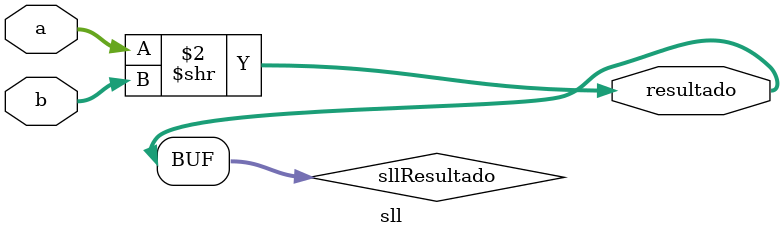
<source format=sv>
module sll #(parameter N = 4)(input logic [N-1:0] a, b, output logic [N-1:0] resultado);

    logic [N-1:0] sllResultado;

    always_comb begin
        sllResultado = a >> b;
    end

    assign resultado = sllResultado;

endmodule 
</source>
